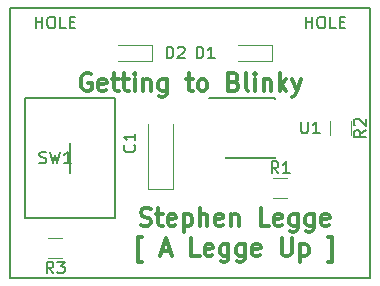
<source format=gto>
G04 #@! TF.FileFunction,Legend,Top*
%FSLAX46Y46*%
G04 Gerber Fmt 4.6, Leading zero omitted, Abs format (unit mm)*
G04 Created by KiCad (PCBNEW 4.0.6) date 05/11/17 00:54:59*
%MOMM*%
%LPD*%
G01*
G04 APERTURE LIST*
%ADD10C,0.100000*%
%ADD11C,0.200000*%
%ADD12C,0.300000*%
%ADD13C,0.120000*%
%ADD14C,0.150000*%
G04 APERTURE END LIST*
D10*
D11*
X163830000Y-88900000D02*
X133350000Y-88900000D01*
X163830000Y-111760000D02*
X163830000Y-88900000D01*
X133350000Y-111760000D02*
X163830000Y-111760000D01*
X133350000Y-88900000D02*
X133350000Y-111760000D01*
D12*
X144400000Y-107282143D02*
X144614286Y-107353571D01*
X144971429Y-107353571D01*
X145114286Y-107282143D01*
X145185715Y-107210714D01*
X145257143Y-107067857D01*
X145257143Y-106925000D01*
X145185715Y-106782143D01*
X145114286Y-106710714D01*
X144971429Y-106639286D01*
X144685715Y-106567857D01*
X144542857Y-106496429D01*
X144471429Y-106425000D01*
X144400000Y-106282143D01*
X144400000Y-106139286D01*
X144471429Y-105996429D01*
X144542857Y-105925000D01*
X144685715Y-105853571D01*
X145042857Y-105853571D01*
X145257143Y-105925000D01*
X145685714Y-106353571D02*
X146257143Y-106353571D01*
X145900000Y-105853571D02*
X145900000Y-107139286D01*
X145971428Y-107282143D01*
X146114286Y-107353571D01*
X146257143Y-107353571D01*
X147328571Y-107282143D02*
X147185714Y-107353571D01*
X146900000Y-107353571D01*
X146757143Y-107282143D01*
X146685714Y-107139286D01*
X146685714Y-106567857D01*
X146757143Y-106425000D01*
X146900000Y-106353571D01*
X147185714Y-106353571D01*
X147328571Y-106425000D01*
X147400000Y-106567857D01*
X147400000Y-106710714D01*
X146685714Y-106853571D01*
X148042857Y-106353571D02*
X148042857Y-107853571D01*
X148042857Y-106425000D02*
X148185714Y-106353571D01*
X148471428Y-106353571D01*
X148614285Y-106425000D01*
X148685714Y-106496429D01*
X148757143Y-106639286D01*
X148757143Y-107067857D01*
X148685714Y-107210714D01*
X148614285Y-107282143D01*
X148471428Y-107353571D01*
X148185714Y-107353571D01*
X148042857Y-107282143D01*
X149400000Y-107353571D02*
X149400000Y-105853571D01*
X150042857Y-107353571D02*
X150042857Y-106567857D01*
X149971428Y-106425000D01*
X149828571Y-106353571D01*
X149614286Y-106353571D01*
X149471428Y-106425000D01*
X149400000Y-106496429D01*
X151328571Y-107282143D02*
X151185714Y-107353571D01*
X150900000Y-107353571D01*
X150757143Y-107282143D01*
X150685714Y-107139286D01*
X150685714Y-106567857D01*
X150757143Y-106425000D01*
X150900000Y-106353571D01*
X151185714Y-106353571D01*
X151328571Y-106425000D01*
X151400000Y-106567857D01*
X151400000Y-106710714D01*
X150685714Y-106853571D01*
X152042857Y-106353571D02*
X152042857Y-107353571D01*
X152042857Y-106496429D02*
X152114285Y-106425000D01*
X152257143Y-106353571D01*
X152471428Y-106353571D01*
X152614285Y-106425000D01*
X152685714Y-106567857D01*
X152685714Y-107353571D01*
X155257143Y-107353571D02*
X154542857Y-107353571D01*
X154542857Y-105853571D01*
X156328571Y-107282143D02*
X156185714Y-107353571D01*
X155900000Y-107353571D01*
X155757143Y-107282143D01*
X155685714Y-107139286D01*
X155685714Y-106567857D01*
X155757143Y-106425000D01*
X155900000Y-106353571D01*
X156185714Y-106353571D01*
X156328571Y-106425000D01*
X156400000Y-106567857D01*
X156400000Y-106710714D01*
X155685714Y-106853571D01*
X157685714Y-106353571D02*
X157685714Y-107567857D01*
X157614285Y-107710714D01*
X157542857Y-107782143D01*
X157400000Y-107853571D01*
X157185714Y-107853571D01*
X157042857Y-107782143D01*
X157685714Y-107282143D02*
X157542857Y-107353571D01*
X157257143Y-107353571D01*
X157114285Y-107282143D01*
X157042857Y-107210714D01*
X156971428Y-107067857D01*
X156971428Y-106639286D01*
X157042857Y-106496429D01*
X157114285Y-106425000D01*
X157257143Y-106353571D01*
X157542857Y-106353571D01*
X157685714Y-106425000D01*
X159042857Y-106353571D02*
X159042857Y-107567857D01*
X158971428Y-107710714D01*
X158900000Y-107782143D01*
X158757143Y-107853571D01*
X158542857Y-107853571D01*
X158400000Y-107782143D01*
X159042857Y-107282143D02*
X158900000Y-107353571D01*
X158614286Y-107353571D01*
X158471428Y-107282143D01*
X158400000Y-107210714D01*
X158328571Y-107067857D01*
X158328571Y-106639286D01*
X158400000Y-106496429D01*
X158471428Y-106425000D01*
X158614286Y-106353571D01*
X158900000Y-106353571D01*
X159042857Y-106425000D01*
X160328571Y-107282143D02*
X160185714Y-107353571D01*
X159900000Y-107353571D01*
X159757143Y-107282143D01*
X159685714Y-107139286D01*
X159685714Y-106567857D01*
X159757143Y-106425000D01*
X159900000Y-106353571D01*
X160185714Y-106353571D01*
X160328571Y-106425000D01*
X160400000Y-106567857D01*
X160400000Y-106710714D01*
X159685714Y-106853571D01*
X144542857Y-110403571D02*
X144185714Y-110403571D01*
X144185714Y-108260714D01*
X144542857Y-108260714D01*
X146185714Y-109475000D02*
X146900000Y-109475000D01*
X146042857Y-109903571D02*
X146542857Y-108403571D01*
X147042857Y-109903571D01*
X149400000Y-109903571D02*
X148685714Y-109903571D01*
X148685714Y-108403571D01*
X150471428Y-109832143D02*
X150328571Y-109903571D01*
X150042857Y-109903571D01*
X149900000Y-109832143D01*
X149828571Y-109689286D01*
X149828571Y-109117857D01*
X149900000Y-108975000D01*
X150042857Y-108903571D01*
X150328571Y-108903571D01*
X150471428Y-108975000D01*
X150542857Y-109117857D01*
X150542857Y-109260714D01*
X149828571Y-109403571D01*
X151828571Y-108903571D02*
X151828571Y-110117857D01*
X151757142Y-110260714D01*
X151685714Y-110332143D01*
X151542857Y-110403571D01*
X151328571Y-110403571D01*
X151185714Y-110332143D01*
X151828571Y-109832143D02*
X151685714Y-109903571D01*
X151400000Y-109903571D01*
X151257142Y-109832143D01*
X151185714Y-109760714D01*
X151114285Y-109617857D01*
X151114285Y-109189286D01*
X151185714Y-109046429D01*
X151257142Y-108975000D01*
X151400000Y-108903571D01*
X151685714Y-108903571D01*
X151828571Y-108975000D01*
X153185714Y-108903571D02*
X153185714Y-110117857D01*
X153114285Y-110260714D01*
X153042857Y-110332143D01*
X152900000Y-110403571D01*
X152685714Y-110403571D01*
X152542857Y-110332143D01*
X153185714Y-109832143D02*
X153042857Y-109903571D01*
X152757143Y-109903571D01*
X152614285Y-109832143D01*
X152542857Y-109760714D01*
X152471428Y-109617857D01*
X152471428Y-109189286D01*
X152542857Y-109046429D01*
X152614285Y-108975000D01*
X152757143Y-108903571D01*
X153042857Y-108903571D01*
X153185714Y-108975000D01*
X154471428Y-109832143D02*
X154328571Y-109903571D01*
X154042857Y-109903571D01*
X153900000Y-109832143D01*
X153828571Y-109689286D01*
X153828571Y-109117857D01*
X153900000Y-108975000D01*
X154042857Y-108903571D01*
X154328571Y-108903571D01*
X154471428Y-108975000D01*
X154542857Y-109117857D01*
X154542857Y-109260714D01*
X153828571Y-109403571D01*
X156328571Y-108403571D02*
X156328571Y-109617857D01*
X156399999Y-109760714D01*
X156471428Y-109832143D01*
X156614285Y-109903571D01*
X156899999Y-109903571D01*
X157042857Y-109832143D01*
X157114285Y-109760714D01*
X157185714Y-109617857D01*
X157185714Y-108403571D01*
X157900000Y-108903571D02*
X157900000Y-110403571D01*
X157900000Y-108975000D02*
X158042857Y-108903571D01*
X158328571Y-108903571D01*
X158471428Y-108975000D01*
X158542857Y-109046429D01*
X158614286Y-109189286D01*
X158614286Y-109617857D01*
X158542857Y-109760714D01*
X158471428Y-109832143D01*
X158328571Y-109903571D01*
X158042857Y-109903571D01*
X157900000Y-109832143D01*
X160257143Y-110403571D02*
X160614286Y-110403571D01*
X160614286Y-108260714D01*
X160257143Y-108260714D01*
X140161428Y-94500000D02*
X140018571Y-94428571D01*
X139804285Y-94428571D01*
X139590000Y-94500000D01*
X139447142Y-94642857D01*
X139375714Y-94785714D01*
X139304285Y-95071429D01*
X139304285Y-95285714D01*
X139375714Y-95571429D01*
X139447142Y-95714286D01*
X139590000Y-95857143D01*
X139804285Y-95928571D01*
X139947142Y-95928571D01*
X140161428Y-95857143D01*
X140232857Y-95785714D01*
X140232857Y-95285714D01*
X139947142Y-95285714D01*
X141447142Y-95857143D02*
X141304285Y-95928571D01*
X141018571Y-95928571D01*
X140875714Y-95857143D01*
X140804285Y-95714286D01*
X140804285Y-95142857D01*
X140875714Y-95000000D01*
X141018571Y-94928571D01*
X141304285Y-94928571D01*
X141447142Y-95000000D01*
X141518571Y-95142857D01*
X141518571Y-95285714D01*
X140804285Y-95428571D01*
X141947142Y-94928571D02*
X142518571Y-94928571D01*
X142161428Y-94428571D02*
X142161428Y-95714286D01*
X142232856Y-95857143D01*
X142375714Y-95928571D01*
X142518571Y-95928571D01*
X142804285Y-94928571D02*
X143375714Y-94928571D01*
X143018571Y-94428571D02*
X143018571Y-95714286D01*
X143089999Y-95857143D01*
X143232857Y-95928571D01*
X143375714Y-95928571D01*
X143875714Y-95928571D02*
X143875714Y-94928571D01*
X143875714Y-94428571D02*
X143804285Y-94500000D01*
X143875714Y-94571429D01*
X143947142Y-94500000D01*
X143875714Y-94428571D01*
X143875714Y-94571429D01*
X144590000Y-94928571D02*
X144590000Y-95928571D01*
X144590000Y-95071429D02*
X144661428Y-95000000D01*
X144804286Y-94928571D01*
X145018571Y-94928571D01*
X145161428Y-95000000D01*
X145232857Y-95142857D01*
X145232857Y-95928571D01*
X146590000Y-94928571D02*
X146590000Y-96142857D01*
X146518571Y-96285714D01*
X146447143Y-96357143D01*
X146304286Y-96428571D01*
X146090000Y-96428571D01*
X145947143Y-96357143D01*
X146590000Y-95857143D02*
X146447143Y-95928571D01*
X146161429Y-95928571D01*
X146018571Y-95857143D01*
X145947143Y-95785714D01*
X145875714Y-95642857D01*
X145875714Y-95214286D01*
X145947143Y-95071429D01*
X146018571Y-95000000D01*
X146161429Y-94928571D01*
X146447143Y-94928571D01*
X146590000Y-95000000D01*
X148232857Y-94928571D02*
X148804286Y-94928571D01*
X148447143Y-94428571D02*
X148447143Y-95714286D01*
X148518571Y-95857143D01*
X148661429Y-95928571D01*
X148804286Y-95928571D01*
X149518572Y-95928571D02*
X149375714Y-95857143D01*
X149304286Y-95785714D01*
X149232857Y-95642857D01*
X149232857Y-95214286D01*
X149304286Y-95071429D01*
X149375714Y-95000000D01*
X149518572Y-94928571D01*
X149732857Y-94928571D01*
X149875714Y-95000000D01*
X149947143Y-95071429D01*
X150018572Y-95214286D01*
X150018572Y-95642857D01*
X149947143Y-95785714D01*
X149875714Y-95857143D01*
X149732857Y-95928571D01*
X149518572Y-95928571D01*
X152304286Y-95142857D02*
X152518572Y-95214286D01*
X152590000Y-95285714D01*
X152661429Y-95428571D01*
X152661429Y-95642857D01*
X152590000Y-95785714D01*
X152518572Y-95857143D01*
X152375714Y-95928571D01*
X151804286Y-95928571D01*
X151804286Y-94428571D01*
X152304286Y-94428571D01*
X152447143Y-94500000D01*
X152518572Y-94571429D01*
X152590000Y-94714286D01*
X152590000Y-94857143D01*
X152518572Y-95000000D01*
X152447143Y-95071429D01*
X152304286Y-95142857D01*
X151804286Y-95142857D01*
X153518572Y-95928571D02*
X153375714Y-95857143D01*
X153304286Y-95714286D01*
X153304286Y-94428571D01*
X154090000Y-95928571D02*
X154090000Y-94928571D01*
X154090000Y-94428571D02*
X154018571Y-94500000D01*
X154090000Y-94571429D01*
X154161428Y-94500000D01*
X154090000Y-94428571D01*
X154090000Y-94571429D01*
X154804286Y-94928571D02*
X154804286Y-95928571D01*
X154804286Y-95071429D02*
X154875714Y-95000000D01*
X155018572Y-94928571D01*
X155232857Y-94928571D01*
X155375714Y-95000000D01*
X155447143Y-95142857D01*
X155447143Y-95928571D01*
X156161429Y-95928571D02*
X156161429Y-94428571D01*
X156304286Y-95357143D02*
X156732857Y-95928571D01*
X156732857Y-94928571D02*
X156161429Y-95500000D01*
X157232858Y-94928571D02*
X157590001Y-95928571D01*
X157947143Y-94928571D02*
X157590001Y-95928571D01*
X157447143Y-96285714D01*
X157375715Y-96357143D01*
X157232858Y-96428571D01*
D13*
X145000000Y-104230000D02*
X145000000Y-98730000D01*
X147100000Y-104230000D02*
X147100000Y-98730000D01*
X145000000Y-104230000D02*
X147100000Y-104230000D01*
X155470000Y-93410000D02*
X155470000Y-92010000D01*
X155470000Y-92010000D02*
X152670000Y-92010000D01*
X155470000Y-93410000D02*
X152670000Y-93410000D01*
X145310000Y-93410000D02*
X145310000Y-92010000D01*
X145310000Y-92010000D02*
X142510000Y-92010000D01*
X145310000Y-93410000D02*
X142510000Y-93410000D01*
X156810000Y-105020000D02*
X155610000Y-105020000D01*
X155610000Y-103260000D02*
X156810000Y-103260000D01*
X160410000Y-99660000D02*
X160410000Y-98460000D01*
X162170000Y-98460000D02*
X162170000Y-99660000D01*
X136560000Y-108340000D02*
X137760000Y-108340000D01*
X137760000Y-110100000D02*
X136560000Y-110100000D01*
D14*
X151595000Y-96485000D02*
X151595000Y-96535000D01*
X155745000Y-96485000D02*
X155745000Y-96630000D01*
X155745000Y-101635000D02*
X155745000Y-101490000D01*
X151595000Y-101635000D02*
X151595000Y-101490000D01*
X151595000Y-96485000D02*
X155745000Y-96485000D01*
X151595000Y-101635000D02*
X155745000Y-101635000D01*
X151595000Y-96535000D02*
X150195000Y-96535000D01*
X138430000Y-102870000D02*
X138430000Y-100330000D01*
X142240000Y-106680000D02*
X134620000Y-106680000D01*
X134620000Y-106680000D02*
X134620000Y-96520000D01*
X134620000Y-96520000D02*
X142240000Y-96520000D01*
X142240000Y-96520000D02*
X142240000Y-106680000D01*
X143857143Y-100496666D02*
X143904762Y-100544285D01*
X143952381Y-100687142D01*
X143952381Y-100782380D01*
X143904762Y-100925238D01*
X143809524Y-101020476D01*
X143714286Y-101068095D01*
X143523810Y-101115714D01*
X143380952Y-101115714D01*
X143190476Y-101068095D01*
X143095238Y-101020476D01*
X143000000Y-100925238D01*
X142952381Y-100782380D01*
X142952381Y-100687142D01*
X143000000Y-100544285D01*
X143047619Y-100496666D01*
X143952381Y-99544285D02*
X143952381Y-100115714D01*
X143952381Y-99830000D02*
X142952381Y-99830000D01*
X143095238Y-99925238D01*
X143190476Y-100020476D01*
X143238095Y-100115714D01*
X149121905Y-93162381D02*
X149121905Y-92162381D01*
X149360000Y-92162381D01*
X149502858Y-92210000D01*
X149598096Y-92305238D01*
X149645715Y-92400476D01*
X149693334Y-92590952D01*
X149693334Y-92733810D01*
X149645715Y-92924286D01*
X149598096Y-93019524D01*
X149502858Y-93114762D01*
X149360000Y-93162381D01*
X149121905Y-93162381D01*
X150645715Y-93162381D02*
X150074286Y-93162381D01*
X150360000Y-93162381D02*
X150360000Y-92162381D01*
X150264762Y-92305238D01*
X150169524Y-92400476D01*
X150074286Y-92448095D01*
X146581905Y-93162381D02*
X146581905Y-92162381D01*
X146820000Y-92162381D01*
X146962858Y-92210000D01*
X147058096Y-92305238D01*
X147105715Y-92400476D01*
X147153334Y-92590952D01*
X147153334Y-92733810D01*
X147105715Y-92924286D01*
X147058096Y-93019524D01*
X146962858Y-93114762D01*
X146820000Y-93162381D01*
X146581905Y-93162381D01*
X147534286Y-92257619D02*
X147581905Y-92210000D01*
X147677143Y-92162381D01*
X147915239Y-92162381D01*
X148010477Y-92210000D01*
X148058096Y-92257619D01*
X148105715Y-92352857D01*
X148105715Y-92448095D01*
X148058096Y-92590952D01*
X147486667Y-93162381D01*
X148105715Y-93162381D01*
X156043334Y-102892381D02*
X155710000Y-102416190D01*
X155471905Y-102892381D02*
X155471905Y-101892381D01*
X155852858Y-101892381D01*
X155948096Y-101940000D01*
X155995715Y-101987619D01*
X156043334Y-102082857D01*
X156043334Y-102225714D01*
X155995715Y-102320952D01*
X155948096Y-102368571D01*
X155852858Y-102416190D01*
X155471905Y-102416190D01*
X156995715Y-102892381D02*
X156424286Y-102892381D01*
X156710000Y-102892381D02*
X156710000Y-101892381D01*
X156614762Y-102035238D01*
X156519524Y-102130476D01*
X156424286Y-102178095D01*
X163442381Y-99226666D02*
X162966190Y-99560000D01*
X163442381Y-99798095D02*
X162442381Y-99798095D01*
X162442381Y-99417142D01*
X162490000Y-99321904D01*
X162537619Y-99274285D01*
X162632857Y-99226666D01*
X162775714Y-99226666D01*
X162870952Y-99274285D01*
X162918571Y-99321904D01*
X162966190Y-99417142D01*
X162966190Y-99798095D01*
X162537619Y-98845714D02*
X162490000Y-98798095D01*
X162442381Y-98702857D01*
X162442381Y-98464761D01*
X162490000Y-98369523D01*
X162537619Y-98321904D01*
X162632857Y-98274285D01*
X162728095Y-98274285D01*
X162870952Y-98321904D01*
X163442381Y-98893333D01*
X163442381Y-98274285D01*
X136993334Y-111372381D02*
X136660000Y-110896190D01*
X136421905Y-111372381D02*
X136421905Y-110372381D01*
X136802858Y-110372381D01*
X136898096Y-110420000D01*
X136945715Y-110467619D01*
X136993334Y-110562857D01*
X136993334Y-110705714D01*
X136945715Y-110800952D01*
X136898096Y-110848571D01*
X136802858Y-110896190D01*
X136421905Y-110896190D01*
X137326667Y-110372381D02*
X137945715Y-110372381D01*
X137612381Y-110753333D01*
X137755239Y-110753333D01*
X137850477Y-110800952D01*
X137898096Y-110848571D01*
X137945715Y-110943810D01*
X137945715Y-111181905D01*
X137898096Y-111277143D01*
X137850477Y-111324762D01*
X137755239Y-111372381D01*
X137469524Y-111372381D01*
X137374286Y-111324762D01*
X137326667Y-111277143D01*
X157988095Y-98512381D02*
X157988095Y-99321905D01*
X158035714Y-99417143D01*
X158083333Y-99464762D01*
X158178571Y-99512381D01*
X158369048Y-99512381D01*
X158464286Y-99464762D01*
X158511905Y-99417143D01*
X158559524Y-99321905D01*
X158559524Y-98512381D01*
X159559524Y-99512381D02*
X158988095Y-99512381D01*
X159273809Y-99512381D02*
X159273809Y-98512381D01*
X159178571Y-98655238D01*
X159083333Y-98750476D01*
X158988095Y-98798095D01*
X135493333Y-90622381D02*
X135493333Y-89622381D01*
X135493333Y-90098571D02*
X136064762Y-90098571D01*
X136064762Y-90622381D02*
X136064762Y-89622381D01*
X136731428Y-89622381D02*
X136921905Y-89622381D01*
X137017143Y-89670000D01*
X137112381Y-89765238D01*
X137160000Y-89955714D01*
X137160000Y-90289048D01*
X137112381Y-90479524D01*
X137017143Y-90574762D01*
X136921905Y-90622381D01*
X136731428Y-90622381D01*
X136636190Y-90574762D01*
X136540952Y-90479524D01*
X136493333Y-90289048D01*
X136493333Y-89955714D01*
X136540952Y-89765238D01*
X136636190Y-89670000D01*
X136731428Y-89622381D01*
X138064762Y-90622381D02*
X137588571Y-90622381D01*
X137588571Y-89622381D01*
X138398095Y-90098571D02*
X138731429Y-90098571D01*
X138874286Y-90622381D02*
X138398095Y-90622381D01*
X138398095Y-89622381D01*
X138874286Y-89622381D01*
X158353333Y-90622381D02*
X158353333Y-89622381D01*
X158353333Y-90098571D02*
X158924762Y-90098571D01*
X158924762Y-90622381D02*
X158924762Y-89622381D01*
X159591428Y-89622381D02*
X159781905Y-89622381D01*
X159877143Y-89670000D01*
X159972381Y-89765238D01*
X160020000Y-89955714D01*
X160020000Y-90289048D01*
X159972381Y-90479524D01*
X159877143Y-90574762D01*
X159781905Y-90622381D01*
X159591428Y-90622381D01*
X159496190Y-90574762D01*
X159400952Y-90479524D01*
X159353333Y-90289048D01*
X159353333Y-89955714D01*
X159400952Y-89765238D01*
X159496190Y-89670000D01*
X159591428Y-89622381D01*
X160924762Y-90622381D02*
X160448571Y-90622381D01*
X160448571Y-89622381D01*
X161258095Y-90098571D02*
X161591429Y-90098571D01*
X161734286Y-90622381D02*
X161258095Y-90622381D01*
X161258095Y-89622381D01*
X161734286Y-89622381D01*
X135826667Y-102004762D02*
X135969524Y-102052381D01*
X136207620Y-102052381D01*
X136302858Y-102004762D01*
X136350477Y-101957143D01*
X136398096Y-101861905D01*
X136398096Y-101766667D01*
X136350477Y-101671429D01*
X136302858Y-101623810D01*
X136207620Y-101576190D01*
X136017143Y-101528571D01*
X135921905Y-101480952D01*
X135874286Y-101433333D01*
X135826667Y-101338095D01*
X135826667Y-101242857D01*
X135874286Y-101147619D01*
X135921905Y-101100000D01*
X136017143Y-101052381D01*
X136255239Y-101052381D01*
X136398096Y-101100000D01*
X136731429Y-101052381D02*
X136969524Y-102052381D01*
X137160001Y-101338095D01*
X137350477Y-102052381D01*
X137588572Y-101052381D01*
X138493334Y-102052381D02*
X137921905Y-102052381D01*
X138207619Y-102052381D02*
X138207619Y-101052381D01*
X138112381Y-101195238D01*
X138017143Y-101290476D01*
X137921905Y-101338095D01*
M02*

</source>
